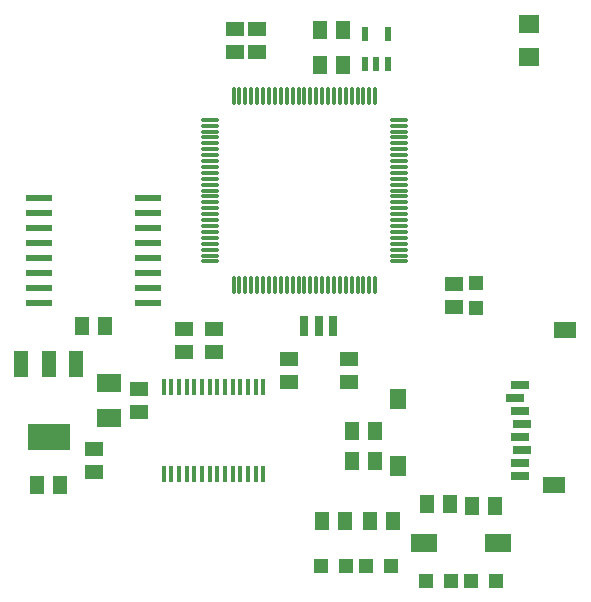
<source format=gtp>
G75*
%MOIN*%
%OFA0B0*%
%FSLAX24Y24*%
%IPPOS*%
%LPD*%
%AMOC8*
5,1,8,0,0,1.08239X$1,22.5*
%
%ADD10R,0.0630X0.0512*%
%ADD11R,0.0512X0.0591*%
%ADD12R,0.0512X0.0630*%
%ADD13R,0.0866X0.0236*%
%ADD14C,0.0118*%
%ADD15R,0.0591X0.0512*%
%ADD16R,0.0472X0.0472*%
%ADD17R,0.0137X0.0550*%
%ADD18R,0.0787X0.0591*%
%ADD19R,0.0480X0.0880*%
%ADD20R,0.1417X0.0866*%
%ADD21R,0.0551X0.0709*%
%ADD22R,0.0748X0.0551*%
%ADD23R,0.0591X0.0315*%
%ADD24R,0.0709X0.0630*%
%ADD25R,0.0217X0.0472*%
%ADD26R,0.0276X0.0669*%
%ADD27R,0.0906X0.0630*%
D10*
X008833Y009606D03*
X008833Y010394D03*
X010333Y011606D03*
X010333Y012394D03*
X015333Y012606D03*
X015333Y013394D03*
D11*
X017459Y011000D03*
X018207Y011000D03*
X018207Y010000D03*
X017459Y010000D03*
X017207Y008000D03*
X016459Y008000D03*
X018059Y008000D03*
X018807Y008000D03*
X019959Y008550D03*
X020707Y008550D03*
X021459Y008500D03*
X022207Y008500D03*
X017136Y024346D03*
X016388Y024346D03*
D12*
X006940Y009200D03*
X007727Y009200D03*
X008440Y014500D03*
X009227Y014500D03*
X016369Y023189D03*
X017156Y023189D03*
D13*
X010644Y018750D03*
X010644Y018250D03*
X010644Y017750D03*
X010644Y017250D03*
X010644Y016750D03*
X010644Y016250D03*
X010644Y015750D03*
X010644Y015250D03*
X007022Y015250D03*
X007022Y015750D03*
X007022Y016250D03*
X007022Y016750D03*
X007022Y017250D03*
X007022Y017750D03*
X007022Y018250D03*
X007022Y018750D03*
D14*
X012475Y018803D02*
X012947Y018803D01*
X012947Y018606D02*
X012475Y018606D01*
X012475Y018409D02*
X012947Y018409D01*
X012947Y018213D02*
X012475Y018213D01*
X012475Y018016D02*
X012947Y018016D01*
X012947Y017819D02*
X012475Y017819D01*
X012475Y017622D02*
X012947Y017622D01*
X012947Y017425D02*
X012475Y017425D01*
X012475Y017228D02*
X012947Y017228D01*
X012947Y017031D02*
X012475Y017031D01*
X012475Y016835D02*
X012947Y016835D01*
X012947Y016638D02*
X012475Y016638D01*
X013499Y016086D02*
X013499Y015614D01*
X013696Y015614D02*
X013696Y016086D01*
X013892Y016086D02*
X013892Y015614D01*
X014089Y015614D02*
X014089Y016086D01*
X014286Y016086D02*
X014286Y015614D01*
X014483Y015614D02*
X014483Y016086D01*
X014680Y016086D02*
X014680Y015614D01*
X014877Y015614D02*
X014877Y016086D01*
X015073Y016086D02*
X015073Y015614D01*
X015270Y015614D02*
X015270Y016086D01*
X015467Y016086D02*
X015467Y015614D01*
X015664Y015614D02*
X015664Y016086D01*
X015861Y016086D02*
X015861Y015614D01*
X016058Y015614D02*
X016058Y016086D01*
X016255Y016086D02*
X016255Y015614D01*
X016451Y015614D02*
X016451Y016086D01*
X016648Y016086D02*
X016648Y015614D01*
X016845Y015614D02*
X016845Y016086D01*
X017042Y016086D02*
X017042Y015614D01*
X017239Y015614D02*
X017239Y016086D01*
X017436Y016086D02*
X017436Y015614D01*
X017633Y015614D02*
X017633Y016086D01*
X017829Y016086D02*
X017829Y015614D01*
X018026Y015614D02*
X018026Y016086D01*
X018223Y016086D02*
X018223Y015614D01*
X018774Y016638D02*
X019246Y016638D01*
X019246Y016835D02*
X018774Y016835D01*
X018774Y017031D02*
X019246Y017031D01*
X019246Y017228D02*
X018774Y017228D01*
X018774Y017425D02*
X019246Y017425D01*
X019246Y017622D02*
X018774Y017622D01*
X018774Y017819D02*
X019246Y017819D01*
X019246Y018016D02*
X018774Y018016D01*
X018774Y018213D02*
X019246Y018213D01*
X019246Y018409D02*
X018774Y018409D01*
X018774Y018606D02*
X019246Y018606D01*
X019246Y018803D02*
X018774Y018803D01*
X018774Y019000D02*
X019246Y019000D01*
X019246Y019197D02*
X018774Y019197D01*
X018774Y019394D02*
X019246Y019394D01*
X019246Y019591D02*
X018774Y019591D01*
X018774Y019787D02*
X019246Y019787D01*
X019246Y019984D02*
X018774Y019984D01*
X018774Y020181D02*
X019246Y020181D01*
X019246Y020378D02*
X018774Y020378D01*
X018774Y020575D02*
X019246Y020575D01*
X019246Y020772D02*
X018774Y020772D01*
X018774Y020969D02*
X019246Y020969D01*
X019246Y021165D02*
X018774Y021165D01*
X018774Y021362D02*
X019246Y021362D01*
X018223Y021914D02*
X018223Y022386D01*
X018026Y022386D02*
X018026Y021914D01*
X017829Y021914D02*
X017829Y022386D01*
X017633Y022386D02*
X017633Y021914D01*
X017436Y021914D02*
X017436Y022386D01*
X017239Y022386D02*
X017239Y021914D01*
X017042Y021914D02*
X017042Y022386D01*
X016845Y022386D02*
X016845Y021914D01*
X016648Y021914D02*
X016648Y022386D01*
X016451Y022386D02*
X016451Y021914D01*
X016255Y021914D02*
X016255Y022386D01*
X016058Y022386D02*
X016058Y021914D01*
X015861Y021914D02*
X015861Y022386D01*
X015664Y022386D02*
X015664Y021914D01*
X015467Y021914D02*
X015467Y022386D01*
X015270Y022386D02*
X015270Y021914D01*
X015073Y021914D02*
X015073Y022386D01*
X014877Y022386D02*
X014877Y021914D01*
X014680Y021914D02*
X014680Y022386D01*
X014483Y022386D02*
X014483Y021914D01*
X014286Y021914D02*
X014286Y022386D01*
X014089Y022386D02*
X014089Y021914D01*
X013892Y021914D02*
X013892Y022386D01*
X013696Y022386D02*
X013696Y021914D01*
X013499Y021914D02*
X013499Y022386D01*
X012947Y021362D02*
X012475Y021362D01*
X012475Y021165D02*
X012947Y021165D01*
X012947Y020969D02*
X012475Y020969D01*
X012475Y020772D02*
X012947Y020772D01*
X012947Y020575D02*
X012475Y020575D01*
X012475Y020378D02*
X012947Y020378D01*
X012947Y020181D02*
X012475Y020181D01*
X012475Y019984D02*
X012947Y019984D01*
X012947Y019787D02*
X012475Y019787D01*
X012475Y019591D02*
X012947Y019591D01*
X012947Y019394D02*
X012475Y019394D01*
X012475Y019197D02*
X012947Y019197D01*
X012947Y019000D02*
X012475Y019000D01*
D15*
X012833Y014374D03*
X012833Y013626D03*
X011833Y013626D03*
X011833Y014374D03*
X017333Y013374D03*
X017333Y012626D03*
X020833Y015126D03*
X020833Y015874D03*
X014295Y023626D03*
X013552Y023626D03*
X013552Y024374D03*
X014295Y024374D03*
D16*
X021597Y015913D03*
X021597Y015087D03*
X018747Y006500D03*
X017920Y006500D03*
X017247Y006500D03*
X016420Y006500D03*
X019920Y006000D03*
X020747Y006000D03*
X021420Y006000D03*
X022247Y006000D03*
D17*
X014497Y009561D03*
X014241Y009561D03*
X013985Y009561D03*
X013729Y009561D03*
X013473Y009561D03*
X013217Y009561D03*
X012961Y009561D03*
X012705Y009561D03*
X012449Y009561D03*
X012194Y009561D03*
X011938Y009561D03*
X011682Y009561D03*
X011426Y009561D03*
X011170Y009561D03*
X011170Y012439D03*
X011426Y012439D03*
X011682Y012439D03*
X011938Y012439D03*
X012194Y012439D03*
X012449Y012439D03*
X012705Y012439D03*
X012961Y012439D03*
X013217Y012439D03*
X013473Y012439D03*
X013729Y012439D03*
X013985Y012439D03*
X014241Y012439D03*
X014497Y012439D03*
D18*
X009333Y012591D03*
X009333Y011409D03*
D19*
X008243Y013220D03*
X007333Y013220D03*
X006423Y013220D03*
D20*
X007333Y010780D03*
D21*
X018991Y009807D03*
X018991Y012051D03*
D22*
X024168Y009177D03*
X024562Y014354D03*
D23*
X023046Y012520D03*
X022888Y012087D03*
X023046Y011654D03*
X023125Y011220D03*
X023046Y010787D03*
X023125Y010354D03*
X023046Y009921D03*
X023046Y009488D03*
D24*
X023333Y023449D03*
X023333Y024551D03*
D25*
X018633Y024232D03*
X017885Y024232D03*
X017885Y023209D03*
X018259Y023209D03*
X018633Y023209D03*
D26*
X016806Y014500D03*
X016333Y014500D03*
X015861Y014500D03*
D27*
X019843Y007250D03*
X022323Y007250D03*
M02*

</source>
